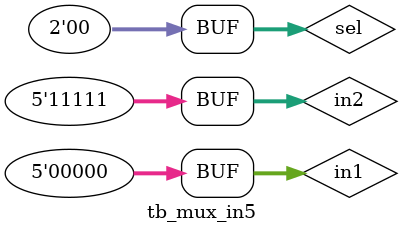
<source format=v>
module mux_in5(in1,in2,sel,out);

input [4:0] in1,in2;
input [1:0] sel;
output reg [4:0] out;

always@(sel or in1 or in2)
begin 
if(sel == 0)
	out<=in1;
else if(sel ==1)
	out<=in2;
else
	out<=4'bx;
end
endmodule


module tb_mux_in5();

reg  [4:0] in1,in2;
reg  [1:0] sel;
wire [4:0] out;
mux_in5 a(in1,in2,sel,out);
initial 
begin 
sel=0;
in1=5'b00000;
in2=5'b11111;

$monitor("sel--->%b,out--->%b",sel,out);
#5
sel=1;
#5
sel=1;
#5
sel=0;
#5
sel=1;
#5
sel=0;
end
endmodule

</source>
